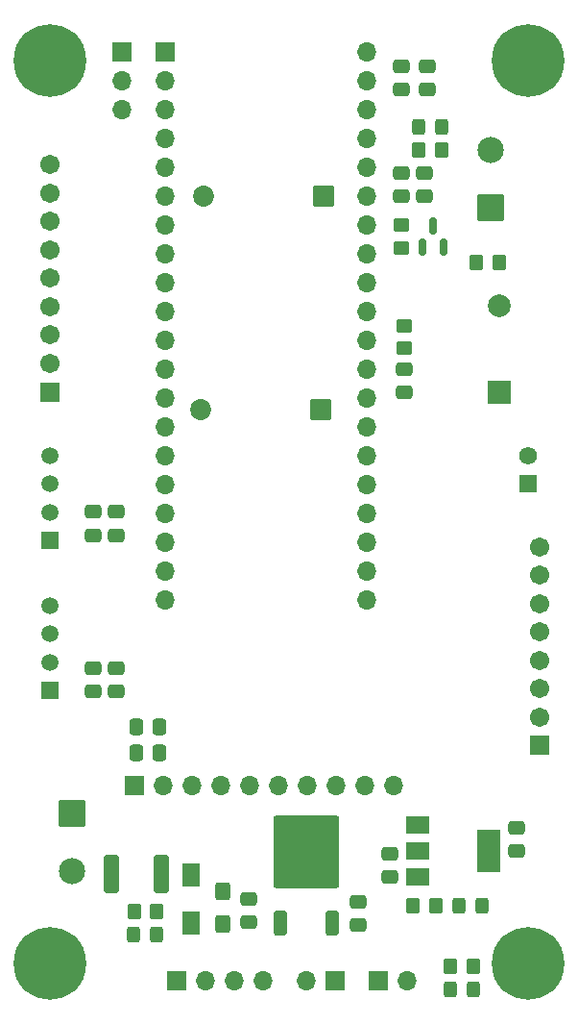
<source format=gbr>
%TF.GenerationSoftware,KiCad,Pcbnew,7.0.5*%
%TF.CreationDate,2023-10-05T13:58:56+07:00*%
%TF.ProjectId,Main_board,4d61696e-5f62-46f6-9172-642e6b696361,rev?*%
%TF.SameCoordinates,Original*%
%TF.FileFunction,Soldermask,Top*%
%TF.FilePolarity,Negative*%
%FSLAX46Y46*%
G04 Gerber Fmt 4.6, Leading zero omitted, Abs format (unit mm)*
G04 Created by KiCad (PCBNEW 7.0.5) date 2023-10-05 13:58:56*
%MOMM*%
%LPD*%
G01*
G04 APERTURE LIST*
G04 Aperture macros list*
%AMRoundRect*
0 Rectangle with rounded corners*
0 $1 Rounding radius*
0 $2 $3 $4 $5 $6 $7 $8 $9 X,Y pos of 4 corners*
0 Add a 4 corners polygon primitive as box body*
4,1,4,$2,$3,$4,$5,$6,$7,$8,$9,$2,$3,0*
0 Add four circle primitives for the rounded corners*
1,1,$1+$1,$2,$3*
1,1,$1+$1,$4,$5*
1,1,$1+$1,$6,$7*
1,1,$1+$1,$8,$9*
0 Add four rect primitives between the rounded corners*
20,1,$1+$1,$2,$3,$4,$5,0*
20,1,$1+$1,$4,$5,$6,$7,0*
20,1,$1+$1,$6,$7,$8,$9,0*
20,1,$1+$1,$8,$9,$2,$3,0*%
G04 Aperture macros list end*
%ADD10R,1.575000X1.575000*%
%ADD11C,1.575000*%
%ADD12RoundRect,0.250000X-0.325000X-0.450000X0.325000X-0.450000X0.325000X0.450000X-0.325000X0.450000X0*%
%ADD13R,1.700000X1.700000*%
%ADD14O,1.700000X1.700000*%
%ADD15C,6.400000*%
%ADD16RoundRect,0.250000X0.337500X0.475000X-0.337500X0.475000X-0.337500X-0.475000X0.337500X-0.475000X0*%
%ADD17RoundRect,0.250000X0.350000X-0.850000X0.350000X0.850000X-0.350000X0.850000X-0.350000X-0.850000X0*%
%ADD18RoundRect,0.249997X2.650003X-2.950003X2.650003X2.950003X-2.650003X2.950003X-2.650003X-2.950003X0*%
%ADD19RoundRect,0.250000X0.475000X-0.337500X0.475000X0.337500X-0.475000X0.337500X-0.475000X-0.337500X0*%
%ADD20RoundRect,0.250000X-0.350000X-0.450000X0.350000X-0.450000X0.350000X0.450000X-0.350000X0.450000X0*%
%ADD21R,2.000000X2.000000*%
%ADD22C,2.000000*%
%ADD23RoundRect,0.250000X0.350000X0.450000X-0.350000X0.450000X-0.350000X-0.450000X0.350000X-0.450000X0*%
%ADD24RoundRect,0.250000X0.325000X0.450000X-0.325000X0.450000X-0.325000X-0.450000X0.325000X-0.450000X0*%
%ADD25RoundRect,0.250000X0.425000X-0.537500X0.425000X0.537500X-0.425000X0.537500X-0.425000X-0.537500X0*%
%ADD26RoundRect,0.250000X-0.475000X0.337500X-0.475000X-0.337500X0.475000X-0.337500X0.475000X0.337500X0*%
%ADD27RoundRect,0.250000X-0.400000X-1.450000X0.400000X-1.450000X0.400000X1.450000X-0.400000X1.450000X0*%
%ADD28R,1.508000X1.508000*%
%ADD29C,1.508000*%
%ADD30RoundRect,0.102000X-1.050000X1.050000X-1.050000X-1.050000X1.050000X-1.050000X1.050000X1.050000X0*%
%ADD31C,2.304000*%
%ADD32R,2.000000X1.500000*%
%ADD33R,2.000000X3.800000*%
%ADD34RoundRect,0.250000X-0.450000X0.350000X-0.450000X-0.350000X0.450000X-0.350000X0.450000X0.350000X0*%
%ADD35RoundRect,0.150000X0.150000X-0.587500X0.150000X0.587500X-0.150000X0.587500X-0.150000X-0.587500X0*%
%ADD36RoundRect,0.250000X0.450000X-0.350000X0.450000X0.350000X-0.450000X0.350000X-0.450000X-0.350000X0*%
%ADD37RoundRect,0.102000X0.754000X-0.754000X0.754000X0.754000X-0.754000X0.754000X-0.754000X-0.754000X0*%
%ADD38C,1.712000*%
%ADD39RoundRect,0.102000X1.050000X-1.050000X1.050000X1.050000X-1.050000X1.050000X-1.050000X-1.050000X0*%
%ADD40R,1.500000X2.090000*%
%ADD41C,1.854000*%
%ADD42RoundRect,0.102000X0.825000X0.825000X-0.825000X0.825000X-0.825000X-0.825000X0.825000X-0.825000X0*%
G04 APERTURE END LIST*
D10*
%TO.C,J9*%
X182118000Y-66762000D03*
D11*
X182118000Y-64262000D03*
%TD*%
D12*
%TO.C,3V1*%
X175251000Y-111252000D03*
X177301000Y-111252000D03*
%TD*%
D13*
%TO.C,J7*%
X168910000Y-110490000D03*
D14*
X171450000Y-110490000D03*
%TD*%
D13*
%TO.C,J6*%
X165105000Y-110490000D03*
D14*
X162565000Y-110490000D03*
%TD*%
D15*
%TO.C,H1*%
X139954000Y-29464000D03*
%TD*%
D16*
%TO.C,C6*%
X149627500Y-90424000D03*
X147552500Y-90424000D03*
%TD*%
D13*
%TO.C,J2*%
X146304000Y-28702000D03*
D14*
X146304000Y-31242000D03*
X146304000Y-33782000D03*
%TD*%
D17*
%TO.C,U8*%
X160281000Y-105463000D03*
D18*
X162561000Y-99163000D03*
D17*
X164841000Y-105463000D03*
%TD*%
D12*
%TO.C,15V1*%
X147327000Y-106438500D03*
X149377000Y-106438500D03*
%TD*%
D19*
%TO.C,C9*%
X173206500Y-32025500D03*
X173206500Y-29950500D03*
%TD*%
D20*
%TO.C,R6*%
X147352000Y-104406500D03*
X149352000Y-104406500D03*
%TD*%
D21*
%TO.C,BZ1*%
X179578000Y-58664000D03*
D22*
X179578000Y-51064000D03*
%TD*%
D13*
%TO.C,U3*%
X150082800Y-28740800D03*
D14*
X150082800Y-31280800D03*
X150082800Y-33820800D03*
X150082800Y-36360800D03*
X150082800Y-38900800D03*
X150082800Y-41440800D03*
X150082800Y-43980800D03*
X150082800Y-46520800D03*
X150082800Y-49060800D03*
X150082800Y-51600800D03*
X150082800Y-54140800D03*
X150082800Y-56680800D03*
X150082800Y-59220800D03*
X150082800Y-61760800D03*
X150082800Y-64300800D03*
X150082800Y-66840800D03*
X150082800Y-69380800D03*
X150082800Y-71920800D03*
X150082800Y-74460800D03*
X150082800Y-77000800D03*
X167894000Y-76962000D03*
X167894000Y-74422000D03*
X167894000Y-71882000D03*
X167894000Y-69342000D03*
X167894000Y-66802000D03*
X167894000Y-64262000D03*
X167894000Y-61722000D03*
X167894000Y-59182000D03*
X167894000Y-56642000D03*
X167894000Y-54102000D03*
X167894000Y-51562000D03*
X167894000Y-49022000D03*
X167894000Y-46482000D03*
X167894000Y-43942000D03*
X167894000Y-41402000D03*
X167894000Y-38862000D03*
X167894000Y-36322000D03*
X167894000Y-33782000D03*
X167894000Y-31242000D03*
X167894000Y-28702000D03*
%TD*%
D23*
%TO.C,R2*%
X179562000Y-47244000D03*
X177562000Y-47244000D03*
%TD*%
D24*
%TO.C,15V2*%
X174507000Y-35306000D03*
X172457000Y-35306000D03*
%TD*%
D25*
%TO.C,C18*%
X155195000Y-105494500D03*
X155195000Y-102619500D03*
%TD*%
D26*
%TO.C,C19*%
X181102000Y-97006500D03*
X181102000Y-99081500D03*
%TD*%
D27*
%TO.C,F1*%
X145349000Y-101092000D03*
X149799000Y-101092000D03*
%TD*%
D23*
%TO.C,R7*%
X174482000Y-37338000D03*
X172482000Y-37338000D03*
%TD*%
D15*
%TO.C,H4*%
X182118000Y-108966000D03*
%TD*%
D16*
%TO.C,C5*%
X149627500Y-88138000D03*
X147552500Y-88138000D03*
%TD*%
D28*
%TO.C,U5*%
X139954000Y-84970000D03*
D29*
X139954000Y-82470000D03*
X139954000Y-79970000D03*
X139954000Y-77470000D03*
%TD*%
D26*
%TO.C,C13*%
X172974000Y-39348500D03*
X172974000Y-41423500D03*
%TD*%
D19*
%TO.C,C8*%
X143747000Y-71294000D03*
X143747000Y-69219000D03*
%TD*%
D30*
%TO.C,J4*%
X141922000Y-95803500D03*
D31*
X141922000Y-100883500D03*
%TD*%
D32*
%TO.C,U7*%
X172364000Y-96760000D03*
X172364000Y-99060000D03*
D33*
X178664000Y-99060000D03*
D32*
X172364000Y-101360000D03*
%TD*%
D26*
%TO.C,C20*%
X157481000Y-103295000D03*
X157481000Y-105370000D03*
%TD*%
%TO.C,C15*%
X145779000Y-82976500D03*
X145779000Y-85051500D03*
%TD*%
%TO.C,C22*%
X167133000Y-103549000D03*
X167133000Y-105624000D03*
%TD*%
%TO.C,C16*%
X143747000Y-82976500D03*
X143747000Y-85051500D03*
%TD*%
%TO.C,C17*%
X169926000Y-99292500D03*
X169926000Y-101367500D03*
%TD*%
D28*
%TO.C,U4*%
X139954000Y-71762000D03*
D29*
X139954000Y-69262000D03*
X139954000Y-66762000D03*
X139954000Y-64262000D03*
%TD*%
D13*
%TO.C,J8*%
X151130000Y-110490000D03*
D14*
X153670000Y-110490000D03*
X156210000Y-110490000D03*
X158750000Y-110490000D03*
%TD*%
D19*
%TO.C,C21*%
X171196000Y-58717000D03*
X171196000Y-56642000D03*
%TD*%
D34*
%TO.C,R5*%
X171196000Y-52832000D03*
X171196000Y-54832000D03*
%TD*%
D15*
%TO.C,H3*%
X182118000Y-29464000D03*
%TD*%
D26*
%TO.C,C14*%
X170942000Y-39348500D03*
X170942000Y-41423500D03*
%TD*%
D35*
%TO.C,Q1*%
X172786000Y-45895500D03*
X174686000Y-45895500D03*
X173736000Y-44020500D03*
%TD*%
D24*
%TO.C,5V1*%
X178063000Y-103886000D03*
X176013000Y-103886000D03*
%TD*%
D36*
%TO.C,R1*%
X170942000Y-45958000D03*
X170942000Y-43958000D03*
%TD*%
D37*
%TO.C,J1*%
X139954000Y-58648000D03*
D38*
X139954000Y-56148000D03*
X139954000Y-53648000D03*
X139954000Y-51148000D03*
X139954000Y-48648000D03*
X139954000Y-46148000D03*
X139954000Y-43648000D03*
X139954000Y-41148000D03*
X139954000Y-38648000D03*
%TD*%
D13*
%TO.C,U1*%
X147388250Y-93283000D03*
D14*
X149928250Y-93283000D03*
X152468250Y-93283000D03*
X155008250Y-93283000D03*
X157548250Y-93283000D03*
X160088250Y-93283000D03*
X162628250Y-93283000D03*
X165168250Y-93283000D03*
X167708250Y-93283000D03*
X170248250Y-93283000D03*
%TD*%
D15*
%TO.C,H2*%
X139954000Y-108966000D03*
%TD*%
D20*
%TO.C,R3*%
X171974000Y-103886000D03*
X173974000Y-103886000D03*
%TD*%
D19*
%TO.C,C10*%
X170942000Y-32025500D03*
X170942000Y-29950500D03*
%TD*%
D39*
%TO.C,J5*%
X178816000Y-42418000D03*
D31*
X178816000Y-37338000D03*
%TD*%
D19*
%TO.C,C7*%
X145796000Y-71272500D03*
X145796000Y-69197500D03*
%TD*%
D20*
%TO.C,R4*%
X175276000Y-109220000D03*
X177276000Y-109220000D03*
%TD*%
D37*
%TO.C,J3*%
X183134000Y-89796000D03*
D38*
X183134000Y-87296000D03*
X183134000Y-84796000D03*
X183134000Y-82296000D03*
X183134000Y-79796000D03*
X183134000Y-77296000D03*
X183134000Y-74796000D03*
X183134000Y-72296000D03*
%TD*%
D40*
%TO.C,D1*%
X152401000Y-101165000D03*
X152401000Y-105425000D03*
%TD*%
D41*
%TO.C,D2*%
X153196000Y-60198000D03*
D42*
X163796000Y-60198000D03*
%TD*%
D41*
%TO.C,D3*%
X153450000Y-41402000D03*
D42*
X164050000Y-41402000D03*
%TD*%
M02*

</source>
